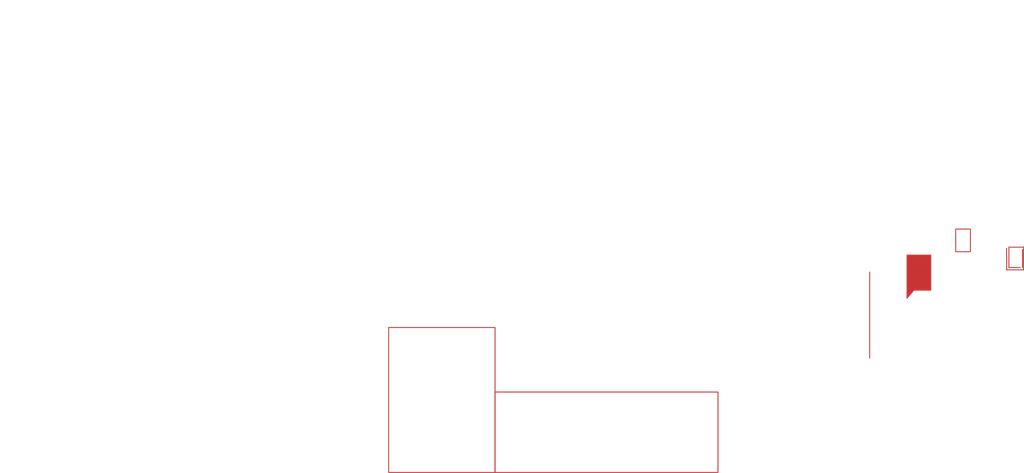
<source format=kicad_pcb>
(kicad_pcb
	(version 20241229)
	(generator "pcbnew")
	(generator_version "9.0")
	(general
		(thickness 1.6)
		(legacy_teardrops no)
	)
	(paper "A4")
	(layers
		(0 "F.Cu" signal)
		(2 "B.Cu" signal)
		(9 "F.Adhes" user "F.Adhesive")
		(11 "B.Adhes" user "B.Adhesive")
		(13 "F.Paste" user)
		(15 "B.Paste" user)
		(5 "F.SilkS" user "F.Silkscreen")
		(7 "B.SilkS" user "B.Silkscreen")
		(1 "F.Mask" user)
		(3 "B.Mask" user)
		(17 "Dwgs.User" user "User.Drawings")
		(19 "Cmts.User" user "User.Comments")
		(21 "Eco1.User" user "User.Eco1")
		(23 "Eco2.User" user "User.Eco2")
		(25 "Edge.Cuts" user)
		(27 "Margin" user)
		(31 "F.CrtYd" user "F.Courtyard")
		(29 "B.CrtYd" user "B.Courtyard")
		(35 "F.Fab" user)
		(33 "B.Fab" user)
		(39 "User.1" user)
		(41 "User.2" user)
		(43 "User.3" user)
		(45 "User.4" user)
	)
	(setup
		(pad_to_mask_clearance 0)
		(allow_soldermask_bridges_in_footprints no)
		(tenting front back)
		(pcbplotparams
			(layerselection 0x00000000_00000000_55555555_5755f5ff)
			(plot_on_all_layers_selection 0x00000000_00000000_00000000_00000000)
			(disableapertmacros no)
			(usegerberextensions no)
			(usegerberattributes yes)
			(usegerberadvancedattributes yes)
			(creategerberjobfile yes)
			(dashed_line_dash_ratio 12.000000)
			(dashed_line_gap_ratio 3.000000)
			(svgprecision 4)
			(plotframeref no)
			(mode 1)
			(useauxorigin no)
			(hpglpennumber 1)
			(hpglpenspeed 20)
			(hpglpendiameter 15.000000)
			(pdf_front_fp_property_popups yes)
			(pdf_back_fp_property_popups yes)
			(pdf_metadata yes)
			(pdf_single_document no)
			(dxfpolygonmode yes)
			(dxfimperialunits yes)
			(dxfusepcbnewfont yes)
			(psnegative no)
			(psa4output no)
			(plot_black_and_white yes)
			(sketchpadsonfab no)
			(plotpadnumbers no)
			(hidednponfab no)
			(sketchdnponfab yes)
			(crossoutdnponfab yes)
			(subtractmaskfromsilk no)
			(outputformat 1)
			(mirror no)
			(drillshape 1)
			(scaleselection 1)
			(outputdirectory "")
		)
	)
	(net 0 "")
	(gr_line
		(start 225.75 59)
		(end 225.75 55)
		(stroke
			(width 0.2)
			(type default)
		)
		(layer "F.Cu")
		(uuid "0287177d-bc3e-446c-b611-b052488f6a51")
	)
	(gr_line
		(start 222.25 54.75)
		(end 222.25 59.5)
		(stroke
			(width 0.2)
			(type default)
		)
		(layer "F.Cu")
		(uuid "09b32c3f-1424-4c59-b655-9e660f8ecba7")
	)
	(gr_rect
		(start 109.25 86.5)
		(end 158.5 104.25)
		(stroke
			(width 0.2)
			(type default)
		)
		(fill no)
		(layer "F.Cu")
		(uuid "0c015781-605f-46bf-9685-8e37365860bf")
	)
	(gr_rect
		(start 211 50.5)
		(end 214.25 55.5)
		(stroke
			(width 0.2)
			(type default)
		)
		(fill no)
		(layer "F.Cu")
		(uuid "1b5dd536-22ba-4a5f-9e31-97cdde666666")
	)
	(gr_line
		(start 222.25 59.5)
		(end 226 59.5)
		(stroke
			(width 0.2)
			(type default)
		)
		(layer "F.Cu")
		(uuid "232b7c66-3f64-4fb5-8e62-a2cf97a6bf79")
	)
	(gr_line
		(start 226 54.5)
		(end 222.75 54.5)
		(stroke
			(width 0.2)
			(type default)
		)
		(layer "F.Cu")
		(uuid "5f794a5f-09bc-4d98-9675-5ff19767755d")
	)
	(gr_line
		(start 222.75 54.5)
		(end 222.75 59)
		(stroke
			(width 0.2)
			(type default)
		)
		(layer "F.Cu")
		(uuid "7d15926d-dbd7-47c1-aafd-ec145ecc97a8")
	)
	(gr_rect
		(start 85.75 72.25)
		(end 109.25 104.25)
		(stroke
			(width 0.2)
			(type default)
		)
		(fill no)
		(layer "F.Cu")
		(uuid "a40422b6-6db8-49fe-99b8-0cbd667a6a88")
	)
	(gr_line
		(start 192 79)
		(end 192 60)
		(stroke
			(width 0.2)
			(type default)
		)
		(layer "F.Cu")
		(uuid "b6127ac4-ceb5-492d-a5e0-69e10b095e6f")
	)
	(gr_poly
		(pts
			(xy 200.25 65.75) (xy 200.25 56.25) (xy 205.5 56.25) (xy 205.5 64) (xy 201.75 64)
		)
		(stroke
			(width 0.2)
			(type solid)
		)
		(fill yes)
		(layer "F.Cu")
		(uuid "ce1337fa-8c43-45f4-b8fe-649dfc769e24")
	)
	(gr_line
		(start 222.75 59)
		(end 225.25 59)
		(stroke
			(width 0.2)
			(type default)
		)
		(layer "F.Cu")
		(uuid "dd58e328-6a84-44f9-b936-cef153de5263")
	)
	(gr_line
		(start 226 59.5)
		(end 226 54.5)
		(stroke
			(width 0.2)
			(type default)
		)
		(layer "F.Cu")
		(uuid "fa0e77e0-4a60-41ab-a061-e242b19078ff")
	)
	(gr_rect
		(start 0 0.1)
		(end 21.8 15.9)
		(stroke
			(width 0.2)
			(type dot)
		)
		(fill no)
		(layer "User.1")
		(uuid "226fba2e-6824-4a85-b2e5-5751a72018e4")
	)
	(gr_rect
		(start 0 0)
		(end 21.8 15.8)
		(stroke
			(width 0.2)
			(type dot)
		)
		(fill no)
		(layer "User.1")
		(uuid "30333dce-b2db-4a5a-b210-aa05aedae259")
	)
	(group ""
		(uuid "a76c3bd0-e010-4783-9721-2da7465a3d4f")
		(members "0c015781-605f-46bf-9685-8e37365860bf" "a40422b6-6db8-49fe-99b8-0cbd667a6a88")
	)
	(embedded_fonts no)
)

</source>
